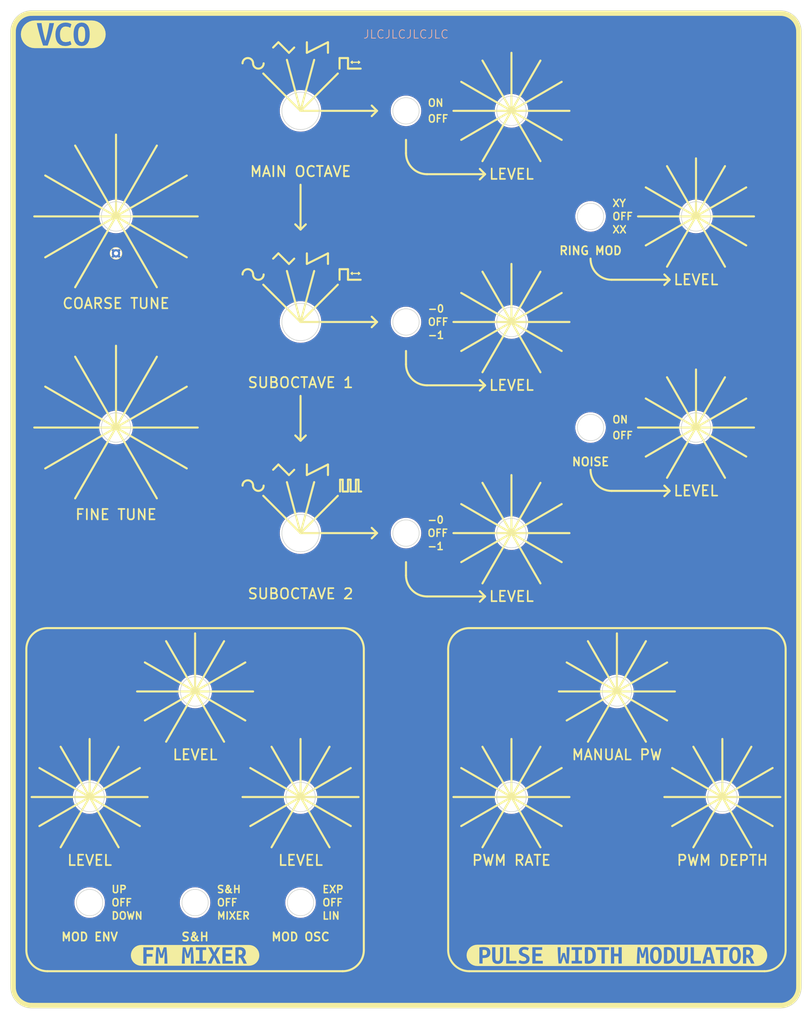
<source format=kicad_pcb>
(kicad_pcb (version 20211014) (generator pcbnew)
  (title_block (title "Josh Ox Ribbon Synth Main VCO panel") (date "2022-07-13") (rev "0") (comment 2 "creativecommons.org.licences/by.4.0") (comment 3 "license: CC by 4.0") (comment 4 "Author: Jordan Aceto"))
  (layers (0 "F.Cu" signal) (31 "B.Cu" signal) (34 "B.Paste" user) (35 "F.Paste" user) (36 "B.SilkS" user "B.Silkscreen") (37 "F.SilkS" user "F.Silkscreen") (38 "B.Mask" user) (39 "F.Mask" user "footprints") (44 "Edge.Cuts" user))
  (net 0 "")
  (net 1 "GND")
  (footprint "TestPoint:TestPoint_Keystone_5000-5004_Miniature" (layer "F.Cu") (at 141.605 81.915)
    (fp_text reference "TP1" hide)
    (fp_text value "dummy")
    (pad "1" thru_hole circle (at 0 0) (size 2 2) (drill 1) (layers *.Cu *.Mask) (net 1 "GND"))
  )
  (footprint "kibuzzard-62C2EAA2" (layer "F.Cu") (at 160.655 250.825)
    (fp_text reference "kibuzzard-62C2EAA2" hide)
    (fp_text value "G***" hide)
  )
  (footprint "kibuzzard-62C2EBE4" (layer "F.Cu") (at 128.905 29.21)
    (fp_text reference "kibuzzard-62C2EBE4" hide)
    (fp_text value "G***" hide)
  )
  (footprint "kibuzzard-62C2EAB9" (layer "F.Cu") (at 262.255 250.825)
    (fp_text reference "kibuzzard-62C2EAB9" hide)
    (fp_text value "G***" hide)
  )
  (gr_arc (start 172.085 36.195) (mid 173.355 34.925) (end 174.625 36.195) (layer "F.SilkS") (width 0.5))
  (gr_line (start 141.605 73.025) (end 158.65271 82.8675) (layer "F.SilkS") (width 0.5))
  (gr_line (start 221.615 177.165) (end 221.615 249.555) (layer "F.SilkS") (width 0.5))
  (gr_arc (start 260.984998 88.265002) (mid 257.392896 86.777104) (end 255.904998 83.185002) (layer "F.SilkS") (width 0.5))
  (gr_line (start 236.855 47.625) (end 250.825 47.625) (layer "F.SilkS") (width 0.5))
  (gr_line (start 281.305 73.025) (end 295.275 73.025) (layer "F.SilkS") (width 0.5))
  (gr_line (start 160.655 187.325) (end 153.67 199.423375) (layer "F.SilkS") (width 0.5))
  (gr_line (start 121.285 262.89) (end 301.625 262.89) (layer "F.SilkS") (width 1.27))
  (gr_line (start 187.579 84.455) (end 187.579 81.915) (layer "F.SilkS") (width 0.5))
  (gr_arc (start 172.085 86.995) (mid 173.355 85.725) (end 174.625 86.995) (layer "F.SilkS") (width 0.5))
  (gr_arc (start 226.695 254.635) (mid 223.102898 253.147102) (end 221.615 249.555) (layer "F.SilkS") (width 0.5))
  (gr_line (start 195.453 37.465) (end 195.453 34.925) (layer "F.SilkS") (width 0.5))
  (gr_arc (start 221.615 177.165) (mid 223.102898 173.572898) (end 226.695 172.085) (layer "F.SilkS") (width 0.5))
  (gr_line (start 186.055 76.2) (end 184.785 74.93) (layer "F.SilkS") (width 0.5))
  (gr_line (start 186.055 149.225) (end 189.342002 136.957742) (layer "F.SilkS") (width 0.5))
  (gr_line (start 187.579 33.655) (end 192.659 31.115) (layer "F.SilkS") (width 0.5))
  (gr_line (start 236.855 149.225) (end 243.84 161.323375) (layer "F.SilkS") (width 0.5))
  (gr_line (start 141.605 73.025) (end 131.7625 90.07271) (layer "F.SilkS") (width 0.5))
  (gr_line (start 236.855 149.225) (end 222.885 149.225) (layer "F.SilkS") (width 0.5))
  (gr_line (start 186.055 212.725) (end 186.055 198.755) (layer "F.SilkS") (width 0.5))
  (gr_line (start 287.655 212.725) (end 299.753375 219.71) (layer "F.SilkS") (width 0.5))
  (gr_line (start 200.279 86.741) (end 200.025 86.487) (layer "F.SilkS") (width 0.3))
  (gr_line (start 141.605 123.825) (end 131.7625 140.87271) (layer "F.SilkS") (width 0.5))
  (gr_line (start 160.655 187.325) (end 167.64 175.226625) (layer "F.SilkS") (width 0.5))
  (gr_line (start 262.255 187.325) (end 276.225 187.325) (layer "F.SilkS") (width 0.5))
  (gr_line (start 160.655 187.325) (end 148.556625 180.34) (layer "F.SilkS") (width 0.5))
  (gr_line (start 186.055 212.725) (end 179.07 200.626625) (layer "F.SilkS") (width 0.5))
  (gr_line (start 236.855 212.725) (end 250.825 212.725) (layer "F.SilkS") (width 0.5))
  (gr_line (start 141.605 123.825) (end 141.605 104.14) (layer "F.SilkS") (width 0.5))
  (gr_line (start 199.39 139.22375) (end 199.39 136.36625) (layer "F.SilkS") (width 0.5))
  (gr_line (start 262.255 187.325) (end 274.353375 180.34) (layer "F.SilkS") (width 0.5))
  (gr_line (start 306.07 258.445) (end 306.07 28.575) (layer "F.SilkS") (width 1.27))
  (gr_line (start 226.695 254.635) (end 297.815002 254.635002) (layer "F.SilkS") (width 0.5))
  (gr_line (start 195.453 88.265) (end 195.453 85.725) (layer "F.SilkS") (width 0.5))
  (gr_line (start 211.454998 159.385002) (end 211.455 156.21) (layer "F.SilkS") (width 0.5))
  (gr_line (start 192.659 81.915) (end 192.659 84.455) (layer "F.SilkS") (width 0.5))
  (gr_line (start 262.255 187.325) (end 248.285 187.325) (layer "F.SilkS") (width 0.5))
  (gr_line (start 281.305 73.025) (end 269.206625 80.01) (layer "F.SilkS") (width 0.5))
  (gr_arc (start 172.085 137.795) (mid 173.355 136.525) (end 174.625 137.795) (layer "F.SilkS") (width 0.5))
  (gr_line (start 186.055 47.625) (end 204.47 47.625) (layer "F.SilkS") (width 0.5))
  (gr_line (start 236.855 47.625) (end 243.84 59.723375) (layer "F.SilkS") (width 0.5))
  (gr_line (start 204.47 98.425) (end 203.2 97.155) (layer "F.SilkS") (width 0.5))
  (gr_line (start 281.305 73.025) (end 293.403375 66.04) (layer "F.SilkS") (width 0.5))
  (gr_line (start 141.605 73.025) (end 124.55729 82.8675) (layer "F.SilkS") (width 0.5))
  (gr_line (start 287.655 212.725) (end 287.655 198.755) (layer "F.SilkS") (width 0.5))
  (gr_arc (start 260.984998 139.065002) (mid 257.392896 137.577104) (end 255.904998 133.985002) (layer "F.SilkS") (width 0.5))
  (gr_line (start 236.855 47.625) (end 243.84 35.526625) (layer "F.SilkS") (width 0.5))
  (gr_line (start 195.58 139.22375) (end 195.58 136.36625) (layer "F.SilkS") (width 0.5))
  (gr_line (start 262.255 187.325) (end 250.156625 180.34) (layer "F.SilkS") (width 0.5))
  (gr_line (start 281.305 73.025) (end 269.206625 66.04) (layer "F.SilkS") (width 0.5))
  (gr_line (start 198.247 86.741) (end 198.501 86.487) (layer "F.SilkS") (width 0.3))
  (gr_line (start 287.655 212.725) (end 280.67 200.626625) (layer "F.SilkS") (width 0.5))
  (gr_line (start 197.485 37.465) (end 200.533 37.465) (layer "F.SilkS") (width 0.5))
  (gr_line (start 198.247 86.741) (end 198.501 86.995) (layer "F.SilkS") (width 0.3))
  (gr_line (start 287.655 212.725) (end 275.556625 205.74) (layer "F.SilkS") (width 0.5))
  (gr_line (start 160.655 187.325) (end 148.556625 194.31) (layer "F.SilkS") (width 0.5))
  (gr_line (start 186.055 127) (end 184.785 125.73) (layer "F.SilkS") (width 0.5))
  (gr_line (start 180.721 31.115) (end 183.261 33.655) (layer "F.SilkS") (width 0.5))
  (gr_line (start 199.39 136.36625) (end 200.025 136.36625) (layer "F.SilkS") (width 0.5))
  (gr_line (start 262.255 187.325) (end 255.27 199.423375) (layer "F.SilkS") (width 0.5))
  (gr_line (start 160.655 187.325) (end 172.753375 194.31) (layer "F.SilkS") (width 0.5))
  (gr_line (start 186.055 149.225) (end 182.767998 136.957742) (layer "F.SilkS") (width 0.5))
  (gr_line (start 236.855 98.425) (end 250.825 98.425) (layer "F.SilkS") (width 0.5))
  (gr_line (start 187.579 135.255) (end 192.659 132.715) (layer "F.SilkS") (width 0.5))
  (gr_line (start 203.2 99.695) (end 204.47 98.425) (layer "F.SilkS") (width 0.5))
  (gr_line (start 186.055 212.725) (end 179.07 224.823375) (layer "F.SilkS") (width 0.5))
  (gr_arc (start 216.534998 113.665002) (mid 212.942896 112.177104) (end 211.454998 108.585002) (layer "F.SilkS") (width 0.5))
  (gr_line (start 236.855 47.625) (end 236.855 33.655) (layer "F.SilkS") (width 0.5))
  (gr_line (start 211.454998 108.585002) (end 211.455 105.41) (layer "F.SilkS") (width 0.5))
  (gr_line (start 186.055 47.625) (end 177.074744 38.644744) (layer "F.SilkS") (width 0.5))
  (gr_line (start 297.815 172.085) (end 226.695 172.085) (layer "F.SilkS") (width 0.5))
  (gr_line (start 281.305 73.025) (end 293.403375 80.01) (layer "F.SilkS") (width 0.5))
  (gr_line (start 273.685 89.535) (end 274.955 88.265) (layer "F.SilkS") (width 0.5))
  (gr_line (start 186.055 98.425) (end 204.47 98.425) (layer "F.SilkS") (width 0.5))
  (gr_line (start 141.605 73.025) (end 141.605 53.34) (layer "F.SilkS") (width 0.5))
  (gr_line (start 200.025 139.22375) (end 200.66 139.22375) (layer "F.SilkS") (width 0.5))
  (gr_line (start 141.605 123.825) (end 121.92 123.825) (layer "F.SilkS") (width 0.5))
  (gr_arc (start 121.285 262.89) (mid 118.14191 261.58809) (end 116.84 258.445) (layer "F.SilkS") (width 1.27))
  (gr_line (start 201.295002 249.555002) (end 201.295 177.165) (layer "F.SilkS") (width 0.5))
  (gr_line (start 141.605 123.825) (end 124.55729 113.9825) (layer "F.SilkS") (width 0.5))
  (gr_line (start 216.534998 113.665002) (end 230.505 113.665) (layer "F.SilkS") (width 0.5))
  (gr_line (start 281.305 123.825) (end 288.29 135.923375) (layer "F.SilkS") (width 0.5))
  (gr_line (start 211.454998 57.785002) (end 211.455 54.61) (layer "F.SilkS") (width 0.5))
  (gr_line (start 186.055 212.725) (end 172.085 212.725) (layer "F.SilkS") (width 0.5))
  (gr_line (start 262.255 187.325) (end 269.24 175.226625) (layer "F.SilkS") (width 0.5))
  (gr_line (start 236.855 212.725) (end 224.756625 219.71) (layer "F.SilkS") (width 0.5))
  (gr_line (start 141.605 73.025) (end 121.92 73.025) (layer "F.SilkS") (width 0.5))
  (gr_line (start 236.855 98.425) (end 248.953375 105.41) (layer "F.SilkS") (width 0.5))
  (gr_line (start 141.605 123.825) (end 151.4475 106.77729) (layer "F.SilkS") (width 0.5))
  (gr_line (start 141.605 123.825) (end 161.29 123.825) (layer "F.SilkS") (width 0.5))
  (gr_arc (start 201.295002 249.555002) (mid 199.807104 253.147104) (end 196.215002 254.635002) (layer "F.SilkS") (width 0.5))
  (gr_arc (start 297.815 172.085) (mid 301.407102 173.572898) (end 302.895 177.165) (layer "F.SilkS") (width 0.5))
  (gr_line (start 141.605 73.025) (end 158.65271 63.1825) (layer "F.SilkS") (width 0.5))
  (gr_line (start 187.579 33.655) (end 187.579 31.115) (layer "F.SilkS") (width 0.5))
  (gr_line (start 236.855 212.725) (end 243.84 224.823375) (layer "F.SilkS") (width 0.5))
  (gr_line (start 236.855 98.425) (end 243.84 86.326625) (layer "F.SilkS") (width 0.5))
  (gr_line (start 160.655 187.325) (end 153.67 175.226625) (layer "F.SilkS") (width 0.5))
  (gr_line (start 187.325 125.73) (end 186.055 127) (layer "F.SilkS") (width 0.15))
  (gr_line (start 236.855 212.725) (end 243.84 200.626625) (layer "F.SilkS") (width 0.5))
  (gr_line (start 236.855 149.225) (end 229.87 137.126625) (layer "F.SilkS") (width 0.5))
  (gr_line (start 236.855 212.725) (end 236.855 198.755) (layer "F.SilkS") (width 0.5))
  (gr_line (start 135.255 212.725) (end 121.285 212.725) (layer "F.SilkS") (width 0.5))
  (gr_line (start 236.855 149.225) (end 224.756625 142.24) (layer "F.SilkS") (width 0.5))
  (gr_line (start 135.255 212.725) (end 149.225 212.725) (layer "F.SilkS") (width 0.5))
  (gr_line (start 186.055 47.625) (end 195.035256 38.644744) (layer "F.SilkS") (width 0.5))
  (gr_line (start 236.855 47.625) (end 224.756625 40.64) (layer "F.SilkS") (width 0.5))
  (gr_line (start 183.261 84.455) (end 184.531 83.185) (layer "F.SilkS") (width 0.5))
  (gr_line (start 281.305 123.825) (end 274.32 111.726625) (layer "F.SilkS") (width 0.5))
  (gr_line (start 273.685 140.335) (end 274.955 139.065) (layer "F.SilkS") (width 0.5))
  (gr_line (start 200.025 136.36625) (end 200.025 139.22375) (layer "F.SilkS") (width 0.5))
  (gr_line (start 186.055 149.225) (end 177.074744 140.244744) (layer "F.SilkS") (width 0.5))
  (gr_line (start 120.015 177.165) (end 120.015 249.555) (layer "F.SilkS") (width 0.5))
  (gr_line (start 236.855 47.625) (end 224.756625 54.61) (layer "F.SilkS") (width 0.5))
  (gr_line (start 135.255 212.725) (end 142.24 224.823375) (layer "F.SilkS") (width 0.5))
  (gr_line (start 121.285 24.13) (end 301.625 24.13) (layer "F.SilkS") (width 1.27))
  (gr_line (start 180.721 132.715) (end 183.261 135.255) (layer "F.SilkS") (width 0.5))
  (gr_line (start 274.955 88.265) (end 273.685 86.995) (layer "F.SilkS") (width 0.5))
  (gr_line (start 160.655 187.325) (end 172.753375 180.34) (layer "F.SilkS") (width 0.5))
  (gr_line (start 198.247 86.741) (end 200.279 86.741) (layer "F.SilkS") (width 0.3))
  (gr_line (start 204.47 149.225) (end 203.2 147.955) (layer "F.SilkS") (width 0.5))
  (gr_line (start 141.605 123.825) (end 151.4475 140.87271) (layer "F.SilkS") (width 0.5))
  (gr_line (start 125.095 254.635) (end 196.215002 254.635002) (layer "F.SilkS") (width 0.5))
  (gr_line (start 236.855 212.725) (end 224.756625 205.74) (layer "F.SilkS") (width 0.5))
  (gr_line (start 197.485 34.925) (end 197.485 37.465) (layer "F.SilkS") (width 0.5))
  (gr_line (start 203.2 150.495) (end 204.47 149.225) (layer "F.SilkS") (width 0.5))
  (gr_line (start 135.255 212.725) (end 128.27 200.626625) (layer "F.SilkS") (width 0.5))
  (gr_line (start 186.055 212.725) (end 193.04 224.823375) (layer "F.SilkS") (width 0.5))
  (gr_line (start 141.605 73.025) (end 151.4475 90.07271) (layer "F.SilkS") (width 0.5))
  (gr_line (start 196.215 136.36625) (end 196.215 139.22375) (layer "F.SilkS") (width 0.5))
  (gr_arc (start 177.165 137.795) (mid 175.895 139.065) (end 174.625 137.795) (layer "F.SilkS") (width 0.5))
  (gr_line (start 287.655 212.725) (end 280.67 224.823375) (layer "F.SilkS") (width 0.5))
  (gr_line (start 135.255 212.725) (end 123.156625 205.74) (layer "F.SilkS") (width 0.5))
  (gr_line (start 281.305 123.825) (end 293.403375 116.84) (layer "F.SilkS") (width 0.5))
  (gr_line (start 186.055 212.725) (end 198.153375 219.71) (layer "F.SilkS") (width 0.5))
  (gr_line (start 186.055 47.625) (end 189.342002 35.357742) (layer "F.SilkS") (width 0.5))
  (gr_line (start 198.12 136.36625) (end 198.12 139.22375) (layer "F.SilkS") (width 0.5))
  (gr_arc (start 216.534998 164.465002) (mid 212.942896 162.977104) (end 211.454998 159.385002) (layer "F.SilkS") (width 0.5))
  (gr_line (start 160.655 187.325) (end 160.655 173.355) (layer "F.SilkS") (width 0.5))
  (gr_line (start 281.305 123.825) (end 293.403375 130.81) (layer "F.SilkS") (width 0.5))
  (gr_line (start 116.84 258.445) (end 116.84 28.575) (layer "F.SilkS") (width 1.27))
  (gr_line (start 200.279 35.941) (end 200.025 36.195) (layer "F.SilkS") (width 0.3))
  (gr_line (start 183.261 33.655) (end 184.531 32.385) (layer "F.SilkS") (width 0.5))
  (gr_line (start 287.655 212.725) (end 299.753375 205.74) (layer "F.SilkS") (width 0.5))
  (gr_line (start 179.451 32.385) (end 180.721 31.115) (layer "F.SilkS") (width 0.5))
  (gr_line (start 281.305 123.825) (end 267.335 123.825) (layer "F.SilkS") (width 0.5))
  (gr_line (start 236.855 98.425) (end 243.84 110.523375) (layer "F.SilkS") (width 0.5))
  (gr_line (start 260.984998 139.065002) (end 274.955 139.065) (layer "F.SilkS") (width 0.5))
  (gr_line (start 186.055 212.725) (end 173.956625 205.74) (layer "F.SilkS") (width 0.5))
  (gr_line (start 183.261 135.255) (end 184.531 133.985) (layer "F.SilkS") (width 0.5))
  (gr_line (start 236.855 212.725) (end 248.953375 219.71) (layer "F.SilkS") (width 0.5))
  (gr_line (start 236.855 98.425) (end 224.756625 91.44) (layer "F.SilkS") (width 0.5))
  (gr_line (start 229.235 165.735) (end 230.505 164.465) (layer "F.SilkS") (width 0.5))
  (gr_line (start 186.055 149.225) (end 204.47 149.225) (layer "F.SilkS") (width 0.5))
  (gr_line (start 287.655 212.725) (end 273.685 212.725) (layer "F.SilkS") (width 0.5))
  (gr_arc (start 216.534998 62.865002) (mid 212.942896 61.377104) (end 211.454998 57.785002) (layer "F.SilkS") (width 0.5))
  (gr_line (start 141.605 123.825) (end 124.55729 133.6675) (layer "F.SilkS") (width 0.5))
  (gr_line (start 135.255 212.725) (end 147.353375 219.71) (layer "F.SilkS") (width 0.5))
  (gr_line (start 281.305 73.025) (end 288.29 85.123375) (layer "F.SilkS") (width 0.5))
  (gr_line (start 186.055 212.725) (end 198.153375 205.74) (layer "F.SilkS") (width 0.5))
  (gr_line (start 236.855 149.225) (end 248.953375 142.24) (layer "F.SilkS") (width 0.5))
  (gr_line (start 141.605 73.025) (end 151.4475 55.97729) (layer "F.SilkS") (width 0.5))
  (gr_line (start 281.305 123.825) (end 288.29 111.726625) (layer "F.SilkS") (width 0.5))
  (gr_line (start 274.955 139.065) (end 273.685 137.795) (layer "F.SilkS") (width 0.5))
  (gr_line (start 186.055 212.725) (end 200.025 212.725) (layer "F.SilkS") (width 0.5))
  (gr_line (start 236.855 149.225) (end 248.953375 156.21) (layer "F.SilkS") (width 0.5))
  (gr_line (start 281.305 123.825) (end 274.32 135.923375) (layer "F.SilkS") (width 0.5))
  (gr_line (start 229.235 114.935) (end 230.505 113.665) (layer "F.SilkS") (width 0.5))
  (gr_line (start 186.055 47.625) (end 182.767998 35.357742) (layer "F.SilkS") (width 0.5))
  (gr_line (start 236.855 149.225) (end 229.87 161.323375) (layer "F.SilkS") (width 0.5))
  (gr_line (start 204.47 47.625) (end 203.2 46.355) (layer "F.SilkS") (width 0.5))
  (gr_line (start 262.255 187.325) (end 274.353375 194.31) (layer "F.SilkS") (width 0.5))
  (gr_arc (start 196.215 172.085) (mid 199.807102 173.572898) (end 201.295 177.165) (layer "F.SilkS") (width 0.5))
  (gr_line (start 135.255 212.725) (end 142.24 200.626625) (layer "F.SilkS") (width 0.5))
  (gr_line (start 198.12 139.22375) (end 199.39 139.22375) (layer "F.SilkS") (width 0.5))
  (gr_line (start 186.055 212.725) (end 173.956625 219.71) (layer "F.SilkS") (width 0.5))
  (gr_line (start 192.659 132.715) (end 192.659 135.255) (layer "F.SilkS") (width 0.5))
  (gr_line (start 281.305 123.825) (end 281.305 109.855) (layer "F.SilkS") (width 0.5))
  (gr_line (start 230.505 164.465) (end 229.235 163.195) (layer "F.SilkS") (width 0.5))
  (gr_line (start 141.605 123.825) (end 158.65271 133.6675) (layer "F.SilkS") (width 0.5))
  (gr_line (start 262.255 187.325) (end 269.24 199.423375) (layer "F.SilkS") (width 0.5))
  (gr_line (start 135.255 212.725) (end 128.27 224.823375) (layer "F.SilkS") (width 0.5))
  (gr_line (start 196.215 172.085) (end 125.095 172.085) (layer "F.SilkS") (width 0.5))
  (gr_line (start 197.485 139.22375) (end 196.215 139.22375) (layer "F.SilkS") (width 0.5))
  (gr_line (start 135.255 212.725) (end 147.353375 205.74) (layer "F.SilkS") (width 0.5))
  (gr_arc (start 125.095 254.635) (mid 121.502898 253.147102) (end 120.015 249.555) (layer "F.SilkS") (width 0.5))
  (gr_arc (start 301.625 24.13) (mid 304.76809 25.43191) (end 306.07 28.575) (layer "F.SilkS") (width 1.27))
  (gr_line (start 216.534998 62.865002) (end 230.505 62.865) (layer "F.SilkS") (width 0.5))
  (gr_line (start 135.255 212.725) (end 123.156625 219.71) (layer "F.SilkS") (width 0.5))
  (gr_line (start 281.305 73.025) (end 274.32 85.123375) (layer "F.SilkS") (width 0.5))
  (gr_line (start 195.453 85.725) (end 197.485 85.725) (layer "F.SilkS") (width 0.5))
  (gr_line (start 186.055 98.425) (end 182.767998 86.157742) (layer "F.SilkS") (width 0.5))
  (gr_line (start 197.485 139.22375) (end 197.485 136.36625) (layer "F.SilkS") (width 0.5))
  (gr_line (start 135.255 212.725) (end 135.255 198.755) (layer "F.SilkS") (width 0.5))
  (gr_line (start 186.055 98.425) (end 189.342002 86.157742) (layer "F.SilkS") (width 0.5))
  (gr_line (start 281.305 123.825) (end 269.206625 130.81) (layer "F.SilkS") (width 0.5))
  (gr_line (start 187.325 74.93) (end 186.055 76.2) (layer "F.SilkS") (width 0.15))
  (gr_line (start 179.451 83.185) (end 180.721 81.915) (layer "F.SilkS") (width 0.5))
  (gr_line (start 236.855 149.225) (end 243.84 137.126625) (layer "F.SilkS") (width 0.5))
  (gr_line (start 287.655 212.725) (end 301.625 212.725) (layer "F.SilkS") (width 0.5))
  (gr_line (start 236.855 98.425) (end 229.87 110.523375) (layer "F.SilkS") (width 0.5))
  (gr_line (start 187.579 84.455) (end 192.659 81.915) (layer "F.SilkS") (width 0.5))
  (gr_line (start 236.855 149.225) (end 224.756625 156.21) (layer "F.SilkS") (width 0.5))
  (gr_line (start 230.505 62.865) (end 229.235 61.595) (layer "F.SilkS") (width 0.5))
  (gr_line (start 186.055 76.2) (end 187.325 74.93) (layer "F.SilkS") (width 0.5))
  (gr_line (start 180.721 81.915) (end 183.261 84.455) (layer "F.SilkS") (width 0.5))
  (gr_line (start 281.305 73.025) (end 267.335 73.025) (layer "F.SilkS") (width 0.5))
  (gr_line (start 160.655 187.325) (end 146.685 187.325) (layer "F.SilkS") (width 0.5))
  (gr_line (start 236.855 98.425) (end 224.756625 105.41) (layer "F.SilkS") (width 0.5))
  (gr_line (start 141.605 123.825) (end 158.65271 113.9825) (layer "F.SilkS") (width 0.5))
  (gr_line (start 198.247 35.941) (end 198.501 35.687) (layer "F.SilkS") (width 0.3))
  (gr_line (start 236.855 212.725) (end 229.87 224.823375) (layer "F.SilkS") (width 0.5))
  (gr_line (start 236.855 47.625) (end 229.87 59.723375) (layer "F.SilkS") (width 0.5))
  (gr_line (start 141.605 123.825) (end 131.7625 106.77729) (layer "F.SilkS") (width 0.5))
  (gr_line (start 236.855 47.625) (end 229.87 35.526625) (layer "F.SilkS") (width 0.5))
  (gr_line (start 236.855 47.625) (end 248.953375 54.61) (layer "F.SilkS") (width 0.5))
  (gr_arc (start 120.015 177.165) (mid 121.502898 173.572898) (end 125.095 172.085) (layer "F.SilkS") (width 0.5))
  (gr_line (start 262.255 187.325) (end 250.156625 194.31) (layer "F.SilkS") (width 0.5))
  (gr_line (start 186.055 127) (end 187.325 125.73) (layer "F.SilkS") (width 0.5))
  (gr_line (start 236.855 98.425) (end 236.855 84.455) (layer "F.SilkS") (width 0.5))
  (gr_line (start 236.855 98.425) (end 248.953375 91.44) (layer "F.SilkS") (width 0.5))
  (gr_line (start 186.055 65.405) (end 186.055 76.2) (layer "F.SilkS") (width 0.5))
  (gr_line (start 200.279 86.741) (end 200.025 86.995) (layer "F.SilkS") (width 0.3))
  (gr_line (start 236.855 149.225) (end 236.855 135.255) (layer "F.SilkS") (width 0.5))
  (gr_line (start 200.279 35.941) (end 200.025 35.687) (layer "F.SilkS") (width 0.3))
  (gr_line (start 281.305 73.025) (end 281.305 59.055) (layer "F.SilkS") (width 0.5))
  (gr_line (start 281.305 123.825) (end 295.275 123.825) (layer "F.SilkS") (width 0.5))
  (gr_line (start 198.247 35.941) (end 200.279 35.941) (layer "F.SilkS") (width 0.3))
  (gr_line (start 141.605 73.025) (end 161.29 73.025) (layer "F.SilkS") (width 0.5))
  (gr_line (start 186.055 149.225) (end 195.035256 140.244744) (layer "F.SilkS") (width 0.5))
  (gr_line (start 287.655 212.725) (end 294.64 200.626625) (layer "F.SilkS") (width 0.5))
  (gr_line (start 192.659 31.115) (end 192.659 33.655) (layer "F.SilkS") (width 0.5))
  (gr_line (start 141.605 73.025) (end 124.55729 63.1825) (layer "F.SilkS") (width 0.5))
  (gr_line (start 197.485 136.36625) (end 198.12 136.36625) (layer "F.SilkS") (width 0.5))
  (gr_line (start 160.655 187.325) (end 174.625 187.325) (layer "F.SilkS") (width 0.5))
  (gr_line (start 203.2 48.895) (end 204.47 47.625) (layer "F.SilkS") (width 0.5))
  (gr_line (start 197.485 88.265) (end 200.533 88.265) (layer "F.SilkS") (width 0.5))
  (gr_line (start 229.235 64.135) (end 230.505 62.865) (layer "F.SilkS") (width 0.5))
  (gr_line (start 236.855 212.725) (end 248.953375 205.74) (layer "F.SilkS") (width 0.5))
  (gr_line (start 187.579 135.255) (end 187.579 132.715) (layer "F.SilkS") (width 0.5))
  (gr_line (start 230.505 113.665) (end 229.235 112.395) (layer "F.SilkS") (width 0.5))
  (gr_arc (start 177.165 36.195) (mid 175.895 37.465) (end 174.625 36.195) (layer "F.SilkS") (width 0.5))
  (gr_line (start 236.855 47.625) (end 222.885 47.625) (layer "F.SilkS") (width 0.5))
  (gr_line (start 179.451 133.985) (end 180.721 132.715) (layer "F.SilkS") (width 0.5))
  (gr_line (start 281.305 123.825) (end 269.206625 116.84) (layer "F.SilkS") (width 0.5))
  (gr_line (start 186.055 116.205) (end 186.055 127) (layer "F.SilkS") (width 0.5))
  (gr_line (start 236.855 98.425) (end 229.87 86.326625) (layer "F.SilkS") (width 0.5))
  (gr_arc (start 116.84 28.575) (mid 118.14191 25.43191) (end 121.285 24.13) (layer "F.SilkS") (width 1.27))
  (gr_line (start 262.255 187.325) (end 262.255 173.355) (layer "F.SilkS") (width 0.5))
  (gr_line (start 236.855 212.725) (end 222.885 212.725) (layer "F.SilkS") (width 0.5))
  (gr_line (start 287.655 212.725) (end 294.64 224.823375) (layer "F.SilkS") (width 0.5))
  (gr_line (start 262.255 187.325) (end 255.27 175.226625) (layer "F.SilkS") (width 0.5))
  (gr_line (start 236.855 47.625) (end 248.953375 40.64) (layer "F.SilkS") (width 0.5))
  (gr_line (start 236.855 212.725) (end 229.87 200.626625) (layer "F.SilkS") (width 0.5))
  (gr_arc (start 306.07 258.445) (mid 304.76809 261.58809) (end 301.625 262.89) (layer "F.SilkS") (width 1.27))
  (gr_line (start 236.855 98.425) (end 222.885 98.425) (layer "F.SilkS") (width 0.5))
  (gr_arc (start 302.895002 249.555002) (mid 301.407104 253.147104) (end 297.815002 254.635002) (layer "F.SilkS") (width 0.5))
  (gr_line (start 198.247 35.941) (end 198.501 36.195) (layer "F.SilkS") (width 0.3))
  (gr_line (start 260.984998 88.265002) (end 274.955 88.265) (layer "F.SilkS") (width 0.5))
  (gr_line (start 281.305 73.025) (end 288.29 60.926625) (layer "F.SilkS") (width 0.5))
  (gr_line (start 287.655 212.725) (end 275.556625 219.71) (layer "F.SilkS") (width 0.5))
  (gr_line (start 302.895002 249.555002) (end 302.895 177.165) (layer "F.SilkS") (width 0.5))
  (gr_line (start 236.855 149.225) (end 250.825 149.225) (layer "F.SilkS") (width 0.5))
  (gr_line (start 141.605 73.025) (end 131.7625 55.97729) (layer "F.SilkS") (width 0.5))
  (gr_line (start 195.453 34.925) (end 197.485 34.925) (layer "F.SilkS") (width 0.5))
  (gr_line (start 195.58 136.36625) (end 196.215 136.36625) (layer "F.SilkS") (width 0.5))
  (gr_line (start 197.485 85.725) (end 197.485 88.265) (layer "F.SilkS") (width 0.5))
  (gr_line (start 216.534998 164.465002) (end 230.505 164.465) (layer "F.SilkS") (width 0.5))
  (gr_line (start 186.055 98.425) (end 177.074744 89.444744) (layer "F.SilkS") (width 0.5))
  (gr_line (start 186.055 212.725) (end 193.04 200.626625) (layer "F.SilkS") (width 0.5))
  (gr_line (start 160.655 187.325) (end 167.64 199.423375) (layer "F.SilkS") (width 0.5))
  (gr_arc (start 177.165 86.995) (mid 175.895 88.265) (end 174.625 86.995) (layer "F.SilkS") (width 0.5))
  (gr_line (start 281.305 73.025) (end 274.32 60.926625) (layer "F.SilkS") (width 0.5))
  (gr_line (start 186.055 98.425) (end 195.035256 89.444744) (layer "F.SilkS") (width 0.5))
  (gr_circle (center 135.255 238.125) (end 138.43 238.125) (layer "Edge.Cuts") (width 0.15) (fill none))
  (gr_circle (center 186.055 238.125) (end 189.23 238.125) (layer "Edge.Cuts") (width 0.15) (fill none))
  (gr_circle (center 186.055 149.225) (end 190.555 149.225) (layer "Edge.Cuts") (width 0.15) (fill none))
  (gr_circle (center 160.655 238.125) (end 163.83 238.125) (layer "Edge.Cuts") (width 0.15) (fill none))
  (gr_circle (center 186.055 47.625) (end 190.555 47.625) (layer "Edge.Cuts") (width 0.15) (fill none))
  (gr_circle (center 287.655 212.725) (end 291.205 212.725) (layer "Edge.Cuts") (width 0.15) (fill none))
  (gr_arc (start 306.705 258.445) (mid 305.217102 262.037102) (end 301.625 263.525) (layer "Edge.Cuts") (width 0.1))
  (gr_line (start 116.205 258.445) (end 116.205 28.575) (layer "Edge.Cuts") (width 0.1))
  (gr_circle (center 281.305 73.025) (end 284.855 73.025) (layer "Edge.Cuts") (width 0.15) (fill none))
  (gr_circle (center 135.255 212.725) (end 138.805 212.725) (layer "Edge.Cuts") (width 0.15) (fill none))
  (gr_arc (start 121.285 263.525) (mid 117.692898 262.037102) (end 116.205 258.445) (layer "Edge.Cuts") (width 0.1))
  (gr_circle (center 236.855 98.425) (end 240.405 98.425) (layer "Edge.Cuts") (width 0.15) (fill none))
  (gr_circle (center 141.605 123.825) (end 145.155 123.825) (layer "Edge.Cuts") (width 0.15) (fill none))
  (gr_circle (center 236.855 212.725) (end 240.405 212.725) (layer "Edge.Cuts") (width 0.15) (fill none))
  (gr_circle (center 141.605 73.025) (end 145.155 73.025) (layer "Edge.Cuts") (width 0.15) (fill none))
  (gr_circle (center 255.905 123.825) (end 259.08 123.825) (layer "Edge.Cuts") (width 0.15) (fill none))
  (gr_circle (center 186.055 98.425) (end 190.555 98.425) (layer "Edge.Cuts") (width 0.15) (fill none))
  (gr_circle (center 186.055 212.725) (end 189.605 212.725) (layer "Edge.Cuts") (width 0.15) (fill none))
  (gr_line (start 121.285 23.495) (end 301.625 23.495) (layer "Edge.Cuts") (width 0.1))
  (gr_circle (center 160.655 187.325) (end 164.205 187.325) (layer "Edge.Cuts") (width 0.15) (fill none))
  (gr_line (start 306.705 28.575) (end 306.705 258.445) (layer "Edge.Cuts") (width 0.1))
  (gr_line (start 301.625 263.525) (end 121.285 263.525) (layer "Edge.Cuts") (width 0.1))
  (gr_circle (center 211.455 149.225) (end 214.63 149.225) (layer "Edge.Cuts") (width 0.15) (fill none))
  (gr_circle (center 262.255 187.325) (end 265.805 187.325) (layer "Edge.Cuts") (width 0.15) (fill none))
  (gr_circle (center 281.305 123.825) (end 284.855 123.825) (layer "Edge.Cuts") (width 0.15) (fill none))
  (gr_arc (start 116.205 28.575) (mid 117.692898 24.982898) (end 121.285 23.495) (layer "Edge.Cuts") (width 0.1))
  (gr_circle (center 211.455 98.425) (end 214.63 98.425) (layer "Edge.Cuts") (width 0.15) (fill none))
  (gr_arc (start 301.625 23.495) (mid 305.217102 24.982898) (end 306.705 28.575) (layer "Edge.Cuts") (width 0.1))
  (gr_circle (center 236.855 149.225) (end 240.405 149.225) (layer "Edge.Cuts") (width 0.15) (fill none))
  (gr_circle (center 255.905 73.025) (end 259.08 73.025) (layer "Edge.Cuts") (width 0.15) (fill none))
  (gr_circle (center 236.855 47.625) (end 240.405 47.625) (layer "Edge.Cuts") (width 0.15) (fill none))
  (gr_circle (center 211.455 47.625) (end 214.63 47.625) (layer "Edge.Cuts") (width 0.15) (fill none))
  (gr_text "JLCJLCJLCJLC" (at 211.455 29.21) (layer "B.SilkS") (effects (font (size 2 2) (thickness 0.2))))
  (gr_text "LIN" (at 191.135 241.3) (layer "F.SilkS") (effects (font (size 1.75 1.75) (thickness 0.35)) (justify left)))
  (gr_text "OFF" (at 140.335 238.125) (layer "F.SilkS") (effects (font (size 1.75 1.75) (thickness 0.35)) (justify left)))
  (gr_text "OFF" (at 260.985 73.025) (layer "F.SilkS") (effects (font (size 1.75 1.75) (thickness 0.35)) (justify left)))
  (gr_text "-0" (at 216.535 95.25) (layer "F.SilkS") (effects (font (size 1.75 1.75) (thickness 0.35)) (justify left)))
  (gr_text "LEVEL" (at 281.305 88.265) (layer "F.SilkS") (effects (font (size 2.5 2.5) (thickness 0.4))))
  (gr_text "XY" (at 260.985 69.85) (layer "F.SilkS") (effects (font (size 1.75 1.75) (thickness 0.35)) (justify left)))
  (gr_text "PWM RATE" (at 236.855 227.965) (layer "F.SilkS") (effects (font (size 2.5 2.5) (thickness 0.4))))
  (gr_text "S&H" (at 160.655 246.38) (layer "F.SilkS") (effects (font (size 2 2) (thickness 0.4))))
  (gr_text "LEVEL" (at 236.855 62.865) (layer "F.SilkS") (effects (font (size 2.5 2.5) (thickness 0.4))))
  (gr_text "MOD OSC" (at 186.055 246.38) (layer "F.SilkS") (effects (font (size 2 2) (thickness 0.4))))
  (gr_text "OFF" (at 216.455 149.225) (layer "F.SilkS") (effects (font (size 1.75 1.75) (thickness 0.35)) (justify left)))
  (gr_text "XX" (at 260.985 76.2) (layer "F.SilkS") (effects (font (size 1.75 1.75) (thickness 0.35)) (justify left)))
  (gr_text "PWM DEPTH" (at 287.655 227.965) (layer "F.SilkS") (effects (font (size 2.5 2.5) (thickness 0.4))))
  (gr_text "NOISE" (at 255.905 132.08) (layer "F.SilkS") (effects (font (size 2 2) (thickness 0.4))))
  (gr_text "ON" (at 260.985 121.92) (layer "F.SilkS") (effects (font (size 1.75 1.75) (thickness 0.35)) (justify left)))
  (gr_text "S&H" (at 165.735 234.95) (layer "F.SilkS") (effects (font (size 1.75 1.75) (thickness 0.35)) (justify left)))
  (gr_text "MIXER" (at 165.735 241.3) (layer "F.SilkS") (effects (font (size 1.75 1.75) (thickness 0.35)) (justify left)))
  (gr_text "UP" (at 140.335 234.95) (layer "F.SilkS") (effects (font (size 1.75 1.75) (thickness 0.35)) (justify left)))
  (gr_text "COARSE TUNE" (at 141.605 93.98) (layer "F.SilkS") (effects (font (size 2.5 2.5) (thickness 0.4))))
  (gr_text "DOWN" (at 140.335 241.3) (layer "F.SilkS") (effects (font (size 1.75 1.75) (thickness 0.35)) (justify left)))
  (gr_text "LEVEL" (at 281.305 139.065) (layer "F.SilkS") (effects (font (size 2.5 2.5) (thickness 0.4))))
  (gr_text "LEVEL" (at 160.655 202.565) (layer "F.SilkS") (effects (font (size 2.5 2.5) (thickness 0.4))))
  (gr_text "OFF" (at 216.535 98.425) (layer "F.SilkS") (effects (font (size 1.75 1.75) (thickness 0.35)) (justify left)))
  (gr_text "LEVEL" (at 186.055 227.965) (layer "F.SilkS") (effects (font (size 2.5 2.5) (thickness 0.4))))
  (gr_text "SUBOCTAVE 2" (at 186.055 163.83) (layer "F.SilkS") (effects (font (size 2.5 2.5) (thickness 0.4))))
  (gr_text "MANUAL PW" (at 262.255 202.565) (layer "F.SilkS") (effects (font (size 2.5 2.5) (thickness 0.4))))
  (gr_text "OFF" (at 216.535 49.53) (layer "F.SilkS") (effects (font (size 1.75 1.75) (thickness 0.35)) (justify left)))
  (gr_text "LEVEL" (at 236.855 113.665) (layer "F.SilkS") (effects (font (size 2.5 2.5) (thickness 0.4))))
  (gr_text "LEVEL" (at 236.855 164.465) (layer "F.SilkS") (effects (font (size 2.5 2.5) (thickness 0.4))))
  (gr_text "-1" (at 216.455 152.4) (layer "F.SilkS") (effects (font (size 1.75 1.75) (thickness 0.35)) (justify left)))
  (gr_text "LEVEL" (at 135.255 227.965) (layer "F.SilkS") (effects (font (size 2.5 2.5) (thickness 0.4))))
  (gr_text "SUBOCTAVE 1" (at 186.055 113.03) (layer "F.SilkS") (effects (font (size 2.5 2.5) (thickness 0.4))))
  (gr_text "MAIN OCTAVE" (at 186.055 62.23) (layer "F.SilkS") (effects (font (size 2.5 2.5) (thickness 0.4))))
  (gr_text "OFF" (at 191.135 238.125) (layer "F.SilkS") (effects (font (size 1.75 1.75) (thickness 0.35)) (justify left)))
  (gr_text "FINE TUNE" (at 141.605 144.78) (layer "F.SilkS") (effects (font (size 2.5 2.5) (thickness 0.4))))
  (gr_text "MOD ENV" (at 135.255 246.38) (layer "F.SilkS") (effects (font (size 2 2) (thickness 0.4))))
  (gr_text "-0" (at 216.455 146.05) (layer "F.SilkS") (effects (font (size 1.75 1.75) (thickness 0.35)) (justify left)))
  (gr_text "ON" (at 216.535 45.72) (layer "F.SilkS") (effects (font (size 1.75 1.75) (thickness 0.35)) (justify left)))
  (gr_text "OFF" (at 260.985 125.73) (layer "F.SilkS") (effects (font (size 1.75 1.75) (thickness 0.35)) (justify left)))
  (gr_text "EXP" (at 191.135 234.95) (layer "F.SilkS") (effects (font (size 1.75 1.75) (thickness 0.35)) (justify left)))
  (gr_text "OFF" (at 165.735 238.125) (layer "F.SilkS") (effects (font (size 1.75 1.75) (thickness 0.35)) (justify left)))
  (gr_text "-1" (at 216.535 101.6) (layer "F.SilkS") (effects (font (size 1.75 1.75) (thickness 0.35)) (justify left)))
  (gr_text "RING MOD" (at 255.905 81.28) (layer "F.SilkS") (effects (font (size 2 2) (thickness 0.4))))
  (zone (net 1) (net_name "GND") (layers F&B.Cu) (connect_pads (clearance 0.508)) (min_thickness 0.254) (fill yes (thermal_gap 0.508) (thermal_bridge_width 0.508))
    (polygon (pts (xy 309.245 267.335) (xy 113.665 267.335) (xy 113.665 20.955) (xy 309.245 20.955)))
  )
)
</source>
